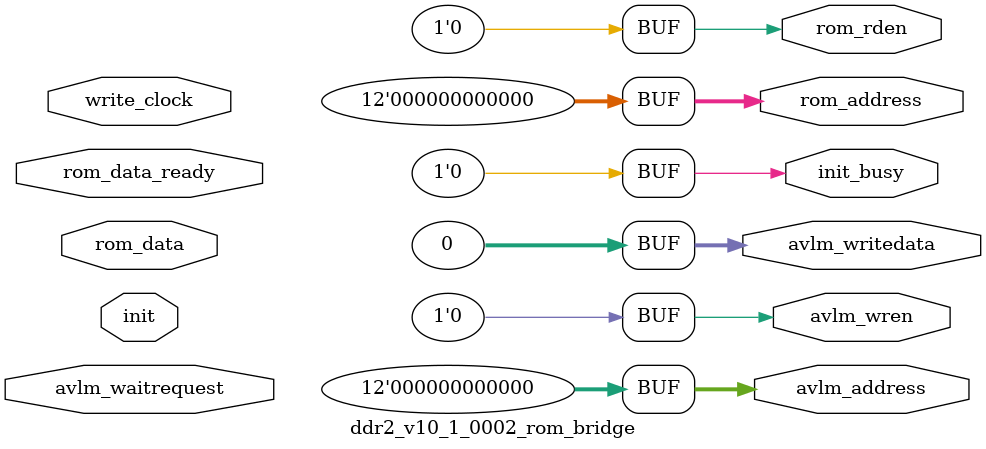
<source format=v>
module ddr2_v10_1_0002_rom_bridge (
	write_clock,

	rom_address,
	rom_data,
	rom_rden,
	init,
	rom_data_ready,
	init_busy,

	avlm_address,
	avlm_writedata,
	avlm_wren,
	avlm_waitrequest
	);

parameter AVL_DATA_WIDTH = 32;
parameter AVL_ADDR_WIDTH = 12;

input          write_clock;

output   [AVL_ADDR_WIDTH-1:0] rom_address;
input   [AVL_DATA_WIDTH-1:0] rom_data;
output         rom_rden;
input          init;
input          rom_data_ready;
output         init_busy;

output  [AVL_ADDR_WIDTH-1:0] avlm_address;
output  [AVL_DATA_WIDTH-1:0] avlm_writedata;
output         avlm_wren;
input          avlm_waitrequest;


	assign avlm_wren = 1'b0;
	assign rom_address = 0;
	assign rom_rden = 0;
	assign init_busy = 0;
	assign avlm_address = 0;
	assign avlm_writedata = 0;

endmodule

</source>
